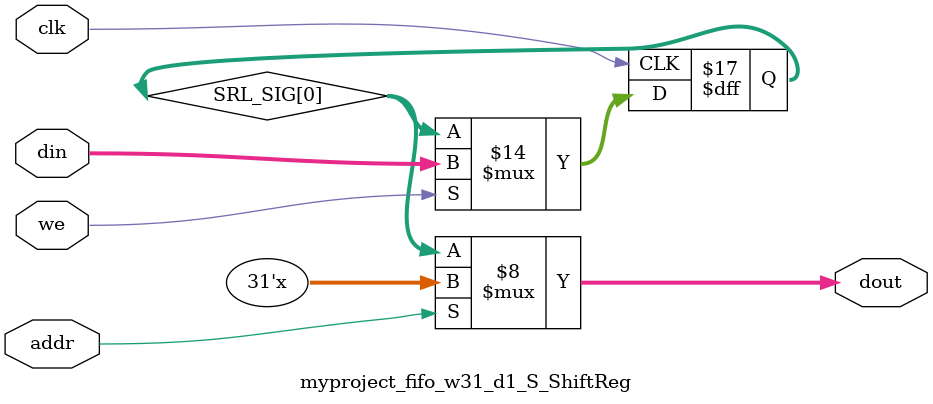
<source format=v>

`timescale 1ns/1ps

module myproject_fifo_w31_d1_S
#(parameter
    MEM_STYLE    = "shiftReg",
    DATA_WIDTH   = 31,
    ADDR_WIDTH   = 1,
    DEPTH        = 1)
(
    // system signal
    input  wire                  clk,
    input  wire                  reset,

    // write
    output wire                  if_full_n,
    input  wire                  if_write_ce,
    input  wire                  if_write,
    input  wire [DATA_WIDTH-1:0] if_din,
    
    // read 
    output wire [ADDR_WIDTH:0]   if_num_data_valid, // for FRP
    output wire [ADDR_WIDTH:0]   if_fifo_cap,       // for FRP

    output wire                  if_empty_n,
    input  wire                  if_read_ce,
    input  wire                  if_read,
    output wire [DATA_WIDTH-1:0] if_dout
);
//------------------------Parameter----------------------
localparam 
    SRL_DEPTH    = DEPTH,
    SRL_AWIDTH   = ADDR_WIDTH;
//------------------------Local signal-------------------
    reg  [SRL_AWIDTH-1:0] addr;
    wire                  push;
    wire                  pop;
    reg  [SRL_AWIDTH:0]   mOutPtr;
    reg                   empty_n = 1'b0;
    reg                   full_n = 1'b1; 

//------------------------Instantiation------------------
    myproject_fifo_w31_d1_S_ShiftReg 
    #(  .DATA_WIDTH (DATA_WIDTH),
        .ADDR_WIDTH (SRL_AWIDTH),
        .DEPTH      (SRL_DEPTH))
    U_myproject_fifo_w31_d1_S_ShiftReg (
        .clk        (clk),
        .we         (push),
        .addr       (addr),
        .din        (if_din),
        .dout       (if_dout)
    );
//------------------------Task and function--------------

//------------------------Body---------------------------
    // num_data_valid 
    assign if_num_data_valid = mOutPtr;
    assign if_fifo_cap       = DEPTH;

    // almost full/empty 

    // program full/empty 

    assign if_full_n  = full_n; 
    assign if_empty_n = empty_n;

    assign push       = full_n & if_write_ce & if_write;
    assign pop        = empty_n & if_read_ce & if_read;

    // addr
    always @(posedge clk) begin
        if (reset)
            addr <= {SRL_AWIDTH{1'b0}};
        else if (push & ~pop && empty_n)
            addr <= addr + 1'b1;
        else if (~push & pop && (mOutPtr != 1))
            addr <= addr - 1'b1;
    end

    // mOutPtr
    always @(posedge clk) begin
        if (reset)
            mOutPtr <= {SRL_AWIDTH+1{1'b0}};
        else if (push & ~pop)
            mOutPtr <= mOutPtr + 1'b1;
        else if (~push & pop)
            mOutPtr <= mOutPtr - 1'b1;
    end

    // full_n
    always @(posedge clk) begin
        if (reset)
            full_n <= 1'b1;
        else if ((push & ~pop) && (mOutPtr == DEPTH - 1))
            full_n <= 1'b0;
        else if (~push & pop)
            full_n <= 1'b1;
    end

    // empty_n
    always @(posedge clk) begin
        if (reset)
            empty_n <= 1'b0;
        else if (push & ~pop)
            empty_n <= 1'b1;
        else if ((~push & pop) && (mOutPtr == 1))
            empty_n <= 1'b0;
    end

    // almost_full_n 

    // almost_empty_n 

    // prog_full_n 
 
    // prog_empty_n 

endmodule  


module myproject_fifo_w31_d1_S_ShiftReg
#(parameter
    DATA_WIDTH  = 31,
    ADDR_WIDTH  = 1,
    DEPTH       = 1)
(
    input  wire                  clk,
    input  wire                  we,
    input  wire [ADDR_WIDTH-1:0] addr,
    input  wire [DATA_WIDTH-1:0] din,
    output wire [DATA_WIDTH-1:0] dout
);

    reg [DATA_WIDTH-1:0] SRL_SIG [0:DEPTH-1];
    integer i;

    always @(posedge clk) begin
        if (we) begin
            for (i=0; i<DEPTH-1; i=i+1)
                SRL_SIG[i+1] <= SRL_SIG[i];
            SRL_SIG[0] <= din;
        end
    end

    assign dout = SRL_SIG[addr];

endmodule
</source>
